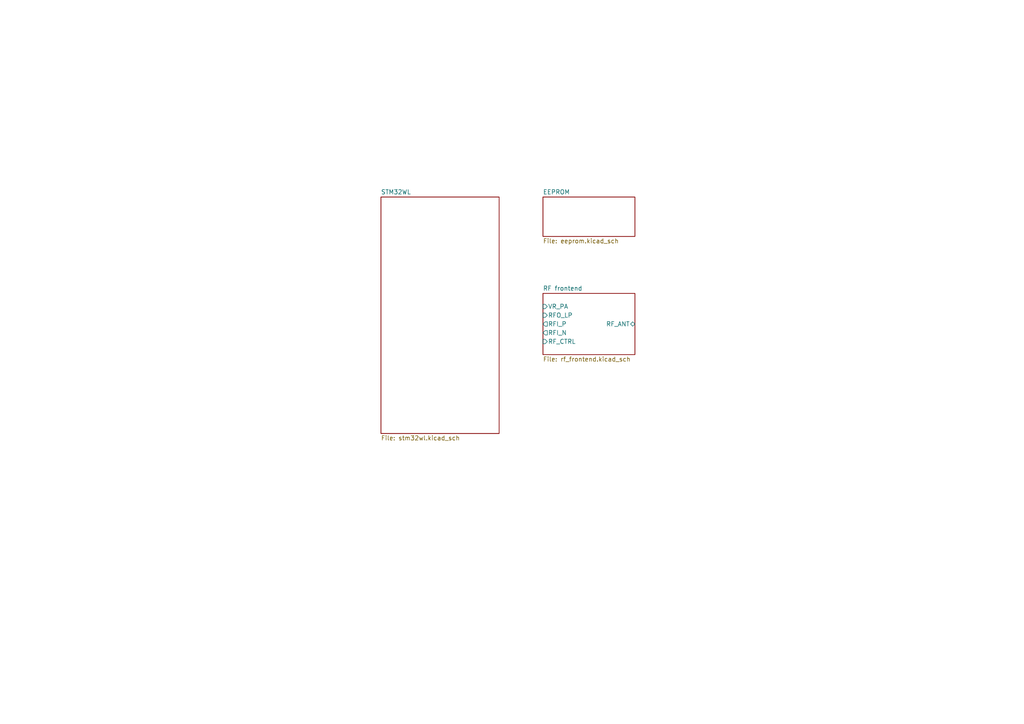
<source format=kicad_sch>
(kicad_sch (version 20230121) (generator eeschema)
  (paper "A4")
  (lib_symbols)
  (sheet (at 157.48 57.15) (size 26.67 11.43) (stroke (width 0.1524))
    (property "Sheetname" "EEPROM" (at 157.48 56.4384 0) (effects (justify left bottom)))
    (property "Sheetfile" "eeprom.kicad_sch" (at 157.48 69.1646 0) (effects (justify left top)))
  )
  (sheet (at 157.48 85.09) (size 26.67 17.78) (stroke (width 0.1524))
    (property "Sheetname" "RF frontend" (at 157.48 84.3784 0) (effects (justify left bottom)))
    (property "Sheetfile" "rf_frontend.kicad_sch" (at 157.48 103.4546 0) (effects (justify left top)))
    (pin "VR_PA" input (at 157.48 88.9 180))
    (pin "RFI_P" output (at 157.48 93.98 180))
    (pin "RFO_LP" input (at 157.48 91.44 180))
    (pin "RFI_N" output (at 157.48 96.52 180))
    (pin "RF_CTRL" input (at 157.48 99.06 180))
    (pin "RF_ANT" bidirectional (at 184.15 93.98 0))
  )
  (sheet (at 110.49 57.15) (size 34.29 68.58) (stroke (width 0.1524))
    (property "Sheetname" "STM32WL" (at 110.49 56.4384 0) (effects (justify left bottom)))
    (property "Sheetfile" "stm32wl.kicad_sch" (at 110.49 126.3146 0) (effects (justify left top)))
  )
)
</source>
